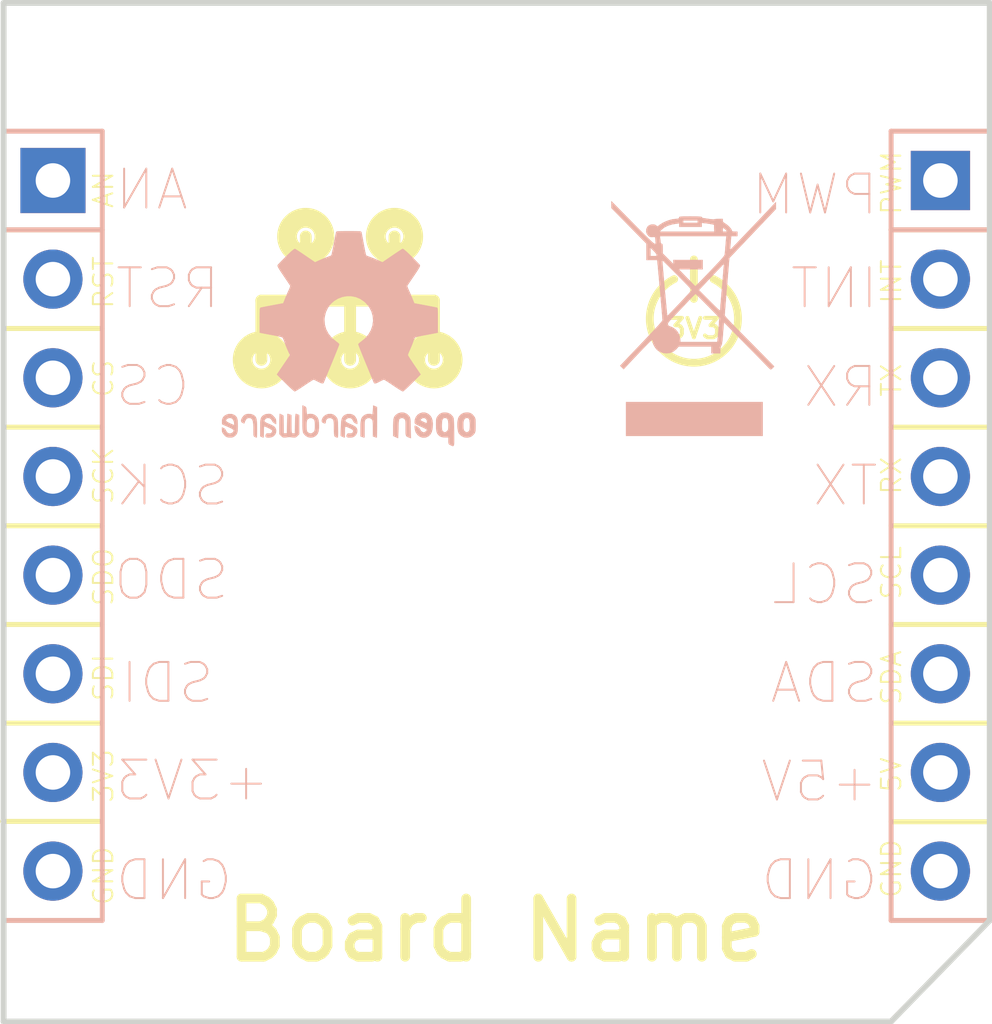
<source format=kicad_pcb>
(kicad_pcb (version 20171130) (host pcbnew "(5.0.1-3-g963ef8bb5)")

  (general
    (thickness 1.6)
    (drawings 9)
    (tracks 0)
    (zones 0)
    (modules 4)
    (nets 16)
  )

  (page A4)
  (layers
    (0 F.Cu signal)
    (31 B.Cu signal)
    (32 B.Adhes user)
    (33 F.Adhes user)
    (34 B.Paste user)
    (35 F.Paste user)
    (36 B.SilkS user)
    (37 F.SilkS user)
    (38 B.Mask user)
    (39 F.Mask user)
    (40 Dwgs.User user)
    (41 Cmts.User user)
    (42 Eco1.User user)
    (43 Eco2.User user)
    (44 Edge.Cuts user)
    (45 Margin user)
    (46 B.CrtYd user)
    (47 F.CrtYd user)
    (48 B.Fab user)
    (49 F.Fab user)
  )

  (setup
    (last_trace_width 0.25)
    (trace_clearance 0.2)
    (zone_clearance 0.508)
    (zone_45_only no)
    (trace_min 0.2)
    (segment_width 0.2)
    (edge_width 0.15)
    (via_size 0.8)
    (via_drill 0.4)
    (via_min_size 0.4)
    (via_min_drill 0.3)
    (uvia_size 0.3)
    (uvia_drill 0.1)
    (uvias_allowed no)
    (uvia_min_size 0.2)
    (uvia_min_drill 0.1)
    (pcb_text_width 0.3)
    (pcb_text_size 1.5 1.5)
    (mod_edge_width 0.15)
    (mod_text_size 1 1)
    (mod_text_width 0.15)
    (pad_size 1.524 1.524)
    (pad_drill 0.762)
    (pad_to_mask_clearance 0.051)
    (solder_mask_min_width 0.25)
    (aux_axis_origin 0 0)
    (visible_elements FFFFFF7F)
    (pcbplotparams
      (layerselection 0x010fc_ffffffff)
      (usegerberextensions false)
      (usegerberattributes false)
      (usegerberadvancedattributes false)
      (creategerberjobfile false)
      (excludeedgelayer true)
      (linewidth 0.100000)
      (plotframeref false)
      (viasonmask false)
      (mode 1)
      (useauxorigin false)
      (hpglpennumber 1)
      (hpglpenspeed 20)
      (hpglpendiameter 15.000000)
      (psnegative false)
      (psa4output false)
      (plotreference true)
      (plotvalue true)
      (plotinvisibletext false)
      (padsonsilk false)
      (subtractmaskfromsilk false)
      (outputformat 1)
      (mirror false)
      (drillshape 1)
      (scaleselection 1)
      (outputdirectory ""))
  )

  (net 0 "")
  (net 1 "Net-(CON101-PadP3)")
  (net 2 "Net-(CON101-PadP4)")
  (net 3 "Net-(CON101-PadP5)")
  (net 4 "Net-(CON101-PadP6)")
  (net 5 +3V3)
  (net 6 GND)
  (net 7 +5V)
  (net 8 "Net-(CON101-PadP11)")
  (net 9 "Net-(CON101-PadP12)")
  (net 10 "Net-(CON101-PadP13)")
  (net 11 "Net-(CON101-PadP14)")
  (net 12 "Net-(CON101-PadP1)")
  (net 13 "Net-(CON101-PadP2)")
  (net 14 "Net-(CON101-PadP15)")
  (net 15 "Net-(CON101-PadP16)")

  (net_class Default "This is the default net class."
    (clearance 0.2)
    (trace_width 0.25)
    (via_dia 0.8)
    (via_drill 0.4)
    (uvia_dia 0.3)
    (uvia_drill 0.1)
    (add_net +3V3)
    (add_net +5V)
    (add_net GND)
    (add_net "Net-(CON101-PadP1)")
    (add_net "Net-(CON101-PadP11)")
    (add_net "Net-(CON101-PadP12)")
    (add_net "Net-(CON101-PadP13)")
    (add_net "Net-(CON101-PadP14)")
    (add_net "Net-(CON101-PadP15)")
    (add_net "Net-(CON101-PadP16)")
    (add_net "Net-(CON101-PadP2)")
    (add_net "Net-(CON101-PadP3)")
    (add_net "Net-(CON101-PadP4)")
    (add_net "Net-(CON101-PadP5)")
    (add_net "Net-(CON101-PadP6)")
  )

  (module mikroBUS:MIKROBUS_MODULE_CONN (layer F.Cu) (tedit 5C63120E) (tstamp 5C631D75)
    (at 161.544 83.566)
    (tags mikrobus)
    (path /5C620177)
    (fp_text reference CON101 (at 9.906 -0.254) (layer F.Fab)
      (effects (font (size 1 0.9) (thickness 0.05)))
    )
    (fp_text value MIKROBUS_MODULE_CONN (at 11.8 18) (layer F.SilkS) hide
      (effects (font (size 4 3.5) (thickness 0.15)))
    )
    (fp_line (start 21.59 1.27) (end 24.13 1.27) (layer F.SilkS) (width 0.127))
    (fp_line (start -1.27 1.27) (end 1.27 1.27) (layer F.SilkS) (width 0.127))
    (fp_line (start 24.13 19.05) (end 21.6 21.64) (layer F.Fab) (width 0.127))
    (fp_text user AN (at 1.3 0.235 90) (layer F.SilkS)
      (effects (font (size 0.5 0.5) (thickness 0.05)))
    )
    (fp_text user RST (at 1.3 2.623639 90) (layer F.SilkS)
      (effects (font (size 0.5 0.5) (thickness 0.05)))
    )
    (fp_text user CS (at 1.3 5.1 90) (layer F.SilkS)
      (effects (font (size 0.5 0.5) (thickness 0.05)))
    )
    (fp_text user SCK (at 1.3 7.6 90) (layer F.SilkS)
      (effects (font (size 0.5 0.5) (thickness 0.05)))
    )
    (fp_text user SDO (at 1.3 10.206221 90) (layer F.SilkS)
      (effects (font (size 0.5 0.5) (thickness 0.05)))
    )
    (fp_text user SDI (at 1.3 12.797241 90) (layer F.SilkS)
      (effects (font (size 0.5 0.5) (thickness 0.05)))
    )
    (fp_text user 3V3 (at 1.3 15.328737 90) (layer F.SilkS)
      (effects (font (size 0.5 0.5) (thickness 0.05)))
    )
    (fp_text user GND (at 1.3 17.9 90) (layer F.SilkS)
      (effects (font (size 0.5 0.5) (thickness 0.05)))
    )
    (fp_text user GND (at 21.597534 17.715 90) (layer F.SilkS)
      (effects (font (size 0.5 0.5) (thickness 0.05)))
    )
    (fp_text user 5V (at 21.597534 15.3 90) (layer F.SilkS)
      (effects (font (size 0.5 0.5) (thickness 0.05)))
    )
    (fp_text user SDA (at 21.597534 12.8 90) (layer F.SilkS)
      (effects (font (size 0.5 0.5) (thickness 0.05)))
    )
    (fp_text user SCL (at 21.597534 10.1 90) (layer F.SilkS)
      (effects (font (size 0.5 0.5) (thickness 0.05)))
    )
    (fp_text user RX (at 21.597534 7.6 90) (layer F.SilkS)
      (effects (font (size 0.5 0.5) (thickness 0.05)))
    )
    (fp_text user TX (at 21.597534 5.141427 90) (layer F.SilkS)
      (effects (font (size 0.5 0.5) (thickness 0.05)))
    )
    (fp_text user INT (at 21.597534 2.6 90) (layer F.SilkS)
      (effects (font (size 0.5 0.5) (thickness 0.05)))
    )
    (fp_text user PWM (at 21.597534 0.062 90) (layer F.SilkS)
      (effects (font (size 0.5 0.5) (thickness 0.05)))
    )
    (fp_text user AN (at 2.548191 0.235) (layer B.SilkS)
      (effects (font (size 1 1) (thickness 0.05)) (justify mirror))
    )
    (fp_text user RST (at 2.952953 2.775) (layer B.SilkS)
      (effects (font (size 1 1) (thickness 0.05)) (justify mirror))
    )
    (fp_text user CS (at 2.572 5.2896) (layer B.SilkS)
      (effects (font (size 1 1) (thickness 0.05)) (justify mirror))
    )
    (fp_text user SCK (at 3.072 7.855) (layer B.SilkS)
      (effects (font (size 1 1) (thickness 0.05)) (justify mirror))
    )
    (fp_text user SDO (at 3.05 10.28) (layer B.SilkS)
      (effects (font (size 1 1) (thickness 0.05)) (justify mirror))
    )
    (fp_text user SDI (at 2.95 12.935) (layer B.SilkS)
      (effects (font (size 1 1) (thickness 0.05)) (justify mirror))
    )
    (fp_text user +3V3 (at 3.59581 15.4496) (layer B.SilkS)
      (effects (font (size 1 1) (thickness 0.05)) (justify mirror))
    )
    (fp_text user GND (at 3.119619 18.015) (layer B.SilkS)
      (effects (font (size 1 1) (thickness 0.05)) (justify mirror))
    )
    (fp_text user GND (at 19.743847 18.015) (layer B.SilkS)
      (effects (font (size 1 1) (thickness 0.05)) (justify mirror))
    )
    (fp_text user +5V (at 19.743847 15.475) (layer B.SilkS)
      (effects (font (size 1 1) (thickness 0.05)) (justify mirror))
    )
    (fp_text user SDA (at 19.862895 12.935) (layer B.SilkS)
      (effects (font (size 1 1) (thickness 0.05)) (justify mirror))
    )
    (fp_text user SCL (at 19.886704 10.395) (layer B.SilkS)
      (effects (font (size 1 1) (thickness 0.05)) (justify mirror))
    )
    (fp_text user TX (at 20.410514 7.855) (layer B.SilkS)
      (effects (font (size 1 1) (thickness 0.05)) (justify mirror))
    )
    (fp_text user RX (at 20.291466 5.315) (layer B.SilkS)
      (effects (font (size 1 1) (thickness 0.05)) (justify mirror))
    )
    (fp_text user INT (at 20.1248 2.775) (layer B.SilkS)
      (effects (font (size 1 1) (thickness 0.05)) (justify mirror))
    )
    (fp_text user PWM (at 19.6248 0.362) (layer B.SilkS)
      (effects (font (size 1 1) (thickness 0.05)) (justify mirror))
    )
    (fp_line (start 24.13 19.05) (end 21.59 21.64) (layer B.SilkS) (width 0.127))
    (fp_line (start -1.27 1.27) (end 1.27 1.27) (layer B.SilkS) (width 0.127))
    (fp_line (start 21.59 -1.27) (end 24.13 -1.27) (layer B.SilkS) (width 0.127))
    (fp_line (start 21.59 19.05) (end 24.13 19.05) (layer B.SilkS) (width 0.127))
    (fp_line (start 21.59 1.27) (end 21.59 19.05) (layer B.SilkS) (width 0.127))
    (fp_line (start 21.59 -1.27) (end 21.59 1.27) (layer B.SilkS) (width 0.127))
    (fp_line (start 24.13 -1.27) (end 24.13 19.05) (layer B.SilkS) (width 0.127))
    (fp_line (start 21.59 1.27) (end 24.13 1.27) (layer B.SilkS) (width 0.127))
    (fp_line (start 1.27 -1.27) (end -1.27 -1.27) (layer B.SilkS) (width 0.127))
    (fp_line (start 1.27 1.27) (end 1.27 -1.27) (layer B.SilkS) (width 0.127))
    (fp_line (start 1.27 19.05) (end 1.27 1.27) (layer B.SilkS) (width 0.127))
    (fp_line (start -1.27 19.05) (end 1.27 19.05) (layer B.SilkS) (width 0.127))
    (fp_line (start -1.27 1.27) (end -1.27 19.05) (layer B.SilkS) (width 0.127))
    (fp_line (start -1.27 -1.27) (end -1.27 1.27) (layer B.SilkS) (width 0.127))
    (fp_line (start -1.27 3.81) (end 1.27 3.81) (layer F.SilkS) (width 0.127))
    (fp_line (start -1.27 6.35) (end 1.27 6.35) (layer F.SilkS) (width 0.127))
    (fp_line (start -1.27 8.89) (end 1.27 8.89) (layer F.SilkS) (width 0.127))
    (fp_line (start -1.27 11.43) (end 1.27 11.43) (layer F.SilkS) (width 0.127))
    (fp_line (start -1.27 13.97) (end 1.27 13.97) (layer F.SilkS) (width 0.127))
    (fp_line (start -1.3 16.5) (end 1.24 16.5) (layer F.SilkS) (width 0.127))
    (fp_line (start 21.59 3.81) (end 24.13 3.81) (layer F.SilkS) (width 0.127))
    (fp_line (start 21.59 6.35) (end 24.13 6.35) (layer F.SilkS) (width 0.127))
    (fp_line (start 21.59 8.89) (end 24.13 8.89) (layer F.SilkS) (width 0.127))
    (fp_line (start 21.59 11.43) (end 24.13 11.43) (layer F.SilkS) (width 0.127))
    (fp_line (start 21.59 13.97) (end 24.13 13.97) (layer F.SilkS) (width 0.127))
    (fp_line (start 21.59 16.51) (end 24.13 16.51) (layer F.SilkS) (width 0.127))
    (pad P1 thru_hole rect (at 0 0) (size 1.6764 1.6764) (drill 0.889) (layers *.Cu *.Mask)
      (net 12 "Net-(CON101-PadP1)"))
    (pad P2 thru_hole circle (at 0 2.54) (size 1.524 1.524) (drill 0.889) (layers *.Cu *.Mask)
      (net 13 "Net-(CON101-PadP2)"))
    (pad P3 thru_hole circle (at 0 5.08) (size 1.524 1.524) (drill 0.889) (layers *.Cu *.Mask)
      (net 1 "Net-(CON101-PadP3)"))
    (pad P4 thru_hole circle (at 0 7.62) (size 1.524 1.524) (drill 0.889) (layers *.Cu *.Mask)
      (net 2 "Net-(CON101-PadP4)"))
    (pad P5 thru_hole circle (at 0 10.16) (size 1.524 1.524) (drill 0.889) (layers *.Cu *.Mask)
      (net 3 "Net-(CON101-PadP5)"))
    (pad P6 thru_hole circle (at 0 12.7) (size 1.524 1.524) (drill 0.889) (layers *.Cu *.Mask)
      (net 4 "Net-(CON101-PadP6)"))
    (pad P7 thru_hole circle (at 0 15.24) (size 1.524 1.524) (drill 0.889) (layers *.Cu *.Mask)
      (net 5 +3V3))
    (pad P8 thru_hole circle (at 0 17.78) (size 1.524 1.524) (drill 0.889) (layers *.Cu *.Mask)
      (net 6 GND))
    (pad P9 thru_hole circle (at 22.86 17.78) (size 1.524 1.524) (drill 0.889) (layers *.Cu *.Mask)
      (net 6 GND))
    (pad P10 thru_hole circle (at 22.86 15.24) (size 1.524 1.524) (drill 0.889) (layers *.Cu *.Mask)
      (net 7 +5V))
    (pad P11 thru_hole circle (at 22.86 12.7) (size 1.524 1.524) (drill 0.889) (layers *.Cu *.Mask)
      (net 8 "Net-(CON101-PadP11)"))
    (pad P12 thru_hole circle (at 22.86 10.16) (size 1.524 1.524) (drill 0.889) (layers *.Cu *.Mask)
      (net 9 "Net-(CON101-PadP12)"))
    (pad P13 thru_hole circle (at 22.86 7.62) (size 1.524 1.524) (drill 0.889) (layers *.Cu *.Mask)
      (net 10 "Net-(CON101-PadP13)"))
    (pad P14 thru_hole circle (at 22.86 5.08) (size 1.524 1.524) (drill 0.889) (layers *.Cu *.Mask)
      (net 11 "Net-(CON101-PadP14)"))
    (pad P15 thru_hole circle (at 22.86 2.54) (size 1.524 1.524) (drill 0.889) (layers *.Cu *.Mask)
      (net 14 "Net-(CON101-PadP15)"))
    (pad P16 thru_hole rect (at 22.86 0) (size 1.524 1.524) (drill 0.889) (layers *.Cu *.Mask)
      (net 15 "Net-(CON101-PadP16)"))
  )

  (module mikroBUS:MIKROBUS_LOGO locked (layer F.Cu) (tedit 5C631067) (tstamp 5C631A8B)
    (at 169.164 88.138)
    (tags mikrobus)
    (zone_connect 0)
    (attr virtual)
    (fp_text reference * (at 6.3 3.9) (layer F.SilkS) hide
      (effects (font (size 1 0.9) (thickness 0.05)))
    )
    (fp_text value MIKROCLICK_LOGO (at -0.3 3.9) (layer F.Fab) hide
      (effects (font (size 1 0.9) (thickness 0.05)))
    )
    (fp_circle (center -1.108 -3.1308) (end -0.8794 -3.1308) (layer F.SilkS) (width 0.508))
    (fp_circle (center -2.251 0.0442) (end -2.0224 0.0442) (layer F.SilkS) (width 0.508))
    (fp_circle (center 0.035 0.0442) (end 0.2636 0.0442) (layer F.SilkS) (width 0.508))
    (fp_circle (center 2.194 0.0442) (end 2.4226 0.0442) (layer F.SilkS) (width 0.508))
    (fp_circle (center 1.178 -3.1308) (end 1.4066 -3.1308) (layer F.SilkS) (width 0.508))
    (fp_line (start -1.108 -1.4798) (end -1.108 -3.1308) (layer F.SilkS) (width 0.3048))
    (fp_line (start 1.178 -1.4798) (end 1.178 -3.1308) (layer F.SilkS) (width 0.3048))
    (fp_line (start -2.251 -1.4798) (end -2.251 0.0442) (layer F.SilkS) (width 0.3048))
    (fp_line (start 0.035 -1.4798) (end 0.035 0.0442) (layer F.SilkS) (width 0.3048))
    (fp_line (start 2.194 -1.4798) (end 2.194 0.0442) (layer F.SilkS) (width 0.3048))
    (fp_line (start -1.108 -1.4798) (end -2.251 -1.4798) (layer F.SilkS) (width 0.3048))
    (fp_line (start 0.035 -1.4798) (end -1.108 -1.4798) (layer F.SilkS) (width 0.3048))
    (fp_line (start 1.178 -1.4798) (end 0.035 -1.4798) (layer F.SilkS) (width 0.3048))
    (fp_line (start 2.194 -1.4798) (end 1.178 -1.4798) (layer F.SilkS) (width 0.3048))
  )

  (module Symbols:WEEE-Logo_4.2x6mm_SilkScreen (layer B.Cu) (tedit 0) (tstamp 5C631A70)
    (at 178.054 87.122 180)
    (descr "Waste Electrical and Electronic Equipment Directive")
    (tags "Logo WEEE")
    (attr virtual)
    (fp_text reference REF*** (at 0 0 180) (layer B.SilkS) hide
      (effects (font (size 1 1) (thickness 0.15)) (justify mirror))
    )
    (fp_text value WEEE-Logo_4.2x6mm_SilkScreen (at 0.75 0 180) (layer B.Fab) hide
      (effects (font (size 1 1) (thickness 0.15)) (justify mirror))
    )
    (fp_poly (pts (xy 1.747822 -3.017822) (xy -1.772971 -3.017822) (xy -1.772971 -2.150198) (xy 1.747822 -2.150198)
      (xy 1.747822 -3.017822)) (layer B.SilkS) (width 0.01))
    (fp_poly (pts (xy 2.12443 2.935152) (xy 2.123811 2.848069) (xy 1.672086 2.389109) (xy 1.220361 1.930148)
      (xy 1.220032 1.719529) (xy 1.219703 1.508911) (xy 0.94461 1.508911) (xy 0.937522 1.45547)
      (xy 0.934838 1.431112) (xy 0.930313 1.385241) (xy 0.924191 1.320595) (xy 0.916712 1.239909)
      (xy 0.908119 1.145919) (xy 0.898654 1.041363) (xy 0.888558 0.928975) (xy 0.878074 0.811493)
      (xy 0.867444 0.691652) (xy 0.856909 0.572189) (xy 0.846713 0.455841) (xy 0.837095 0.345343)
      (xy 0.8283 0.243431) (xy 0.820568 0.152842) (xy 0.814142 0.076313) (xy 0.809263 0.016579)
      (xy 0.806175 -0.023624) (xy 0.805117 -0.041559) (xy 0.805118 -0.041644) (xy 0.812827 -0.056035)
      (xy 0.835981 -0.085748) (xy 0.874895 -0.131131) (xy 0.929884 -0.192529) (xy 1.001264 -0.270288)
      (xy 1.089349 -0.364754) (xy 1.194454 -0.476272) (xy 1.316895 -0.605188) (xy 1.35131 -0.641287)
      (xy 1.897137 -1.213416) (xy 1.808881 -1.301436) (xy 1.737485 -1.223758) (xy 1.711366 -1.195686)
      (xy 1.670566 -1.152274) (xy 1.617777 -1.096366) (xy 1.555691 -1.030808) (xy 1.487 -0.958441)
      (xy 1.414396 -0.882112) (xy 1.37096 -0.836524) (xy 1.289416 -0.751119) (xy 1.223504 -0.68271)
      (xy 1.171544 -0.630053) (xy 1.131855 -0.591905) (xy 1.102757 -0.56702) (xy 1.082569 -0.554156)
      (xy 1.06961 -0.552068) (xy 1.0622 -0.559513) (xy 1.058658 -0.575246) (xy 1.057303 -0.598023)
      (xy 1.057121 -0.604239) (xy 1.047703 -0.647061) (xy 1.024497 -0.698819) (xy 0.992136 -0.751328)
      (xy 0.955252 -0.796403) (xy 0.940493 -0.810328) (xy 0.864767 -0.859047) (xy 0.776308 -0.886306)
      (xy 0.6981 -0.892773) (xy 0.609468 -0.880576) (xy 0.527612 -0.844813) (xy 0.455164 -0.786722)
      (xy 0.441797 -0.772262) (xy 0.392918 -0.716733) (xy -0.452674 -0.716733) (xy -0.452674 -0.892773)
      (xy -0.67901 -0.892773) (xy -0.67901 -0.810531) (xy -0.68185 -0.754386) (xy -0.691393 -0.715416)
      (xy -0.702991 -0.694219) (xy -0.711277 -0.679052) (xy -0.718373 -0.657062) (xy -0.724748 -0.624987)
      (xy -0.730872 -0.579569) (xy -0.737216 -0.517548) (xy -0.74425 -0.435662) (xy -0.749066 -0.374746)
      (xy -0.771161 -0.089343) (xy -1.313565 -0.638805) (xy -1.411637 -0.738228) (xy -1.505784 -0.833815)
      (xy -1.594285 -0.92381) (xy -1.67542 -1.006457) (xy -1.747469 -1.080001) (xy -1.808712 -1.142684)
      (xy -1.857427 -1.192752) (xy -1.891896 -1.228448) (xy -1.910379 -1.247995) (xy -1.940743 -1.278944)
      (xy -1.966071 -1.30053) (xy -1.979695 -1.307723) (xy -1.997095 -1.299297) (xy -2.02246 -1.278245)
      (xy -2.031058 -1.269671) (xy -2.067514 -1.23162) (xy -1.866802 -1.027658) (xy -1.815596 -0.975699)
      (xy -1.749569 -0.90882) (xy -1.671618 -0.82995) (xy -1.584638 -0.742014) (xy -1.491526 -0.647941)
      (xy -1.395179 -0.550658) (xy -1.298492 -0.453093) (xy -1.229134 -0.383145) (xy -1.123703 -0.27655)
      (xy -1.035129 -0.186307) (xy -0.962281 -0.111192) (xy -0.904023 -0.049986) (xy -0.859225 -0.001466)
      (xy -0.837021 0.023871) (xy -0.658724 0.023871) (xy -0.636401 -0.261555) (xy -0.629669 -0.345219)
      (xy -0.623157 -0.421727) (xy -0.617234 -0.487081) (xy -0.612268 -0.537281) (xy -0.608629 -0.568329)
      (xy -0.607458 -0.575273) (xy -0.600838 -0.603565) (xy 0.348636 -0.603565) (xy 0.354974 -0.524606)
      (xy 0.37411 -0.431315) (xy 0.414154 -0.348791) (xy 0.472582 -0.280038) (xy 0.546871 -0.228063)
      (xy 0.630252 -0.196863) (xy 0.657302 -0.182228) (xy 0.670844 -0.150819) (xy 0.671128 -0.149434)
      (xy 0.672753 -0.136174) (xy 0.670744 -0.122595) (xy 0.663142 -0.106181) (xy 0.647984 -0.084411)
      (xy 0.623312 -0.054767) (xy 0.587164 -0.014732) (xy 0.53758 0.038215) (xy 0.472599 0.106591)
      (xy 0.468401 0.110995) (xy 0.398507 0.184389) (xy 0.3242 0.262563) (xy 0.250586 0.340136)
      (xy 0.182771 0.411725) (xy 0.12586 0.471949) (xy 0.113168 0.485413) (xy 0.064513 0.53618)
      (xy 0.021291 0.579625) (xy -0.013395 0.612759) (xy -0.036444 0.632595) (xy -0.044182 0.636954)
      (xy -0.055722 0.62783) (xy -0.08271 0.6028) (xy -0.123021 0.563948) (xy -0.174529 0.513357)
      (xy -0.235109 0.453112) (xy -0.302636 0.385296) (xy -0.357826 0.329435) (xy -0.658724 0.023871)
      (xy -0.837021 0.023871) (xy -0.826751 0.035589) (xy -0.805471 0.062401) (xy -0.794251 0.080192)
      (xy -0.791754 0.08843) (xy -0.7927 0.10641) (xy -0.795573 0.147108) (xy -0.800187 0.208181)
      (xy -0.806358 0.287287) (xy -0.813898 0.382086) (xy -0.822621 0.490233) (xy -0.832343 0.609388)
      (xy -0.842876 0.737209) (xy -0.851365 0.839365) (xy -0.899396 1.415326) (xy -0.775805 1.415326)
      (xy -0.775273 1.402896) (xy -0.772769 1.36789) (xy -0.768496 1.312785) (xy -0.762653 1.240057)
      (xy -0.755443 1.152186) (xy -0.747066 1.051649) (xy -0.737723 0.940923) (xy -0.728758 0.835795)
      (xy -0.718602 0.716517) (xy -0.709142 0.60392) (xy -0.700596 0.500695) (xy -0.693179 0.409527)
      (xy -0.687108 0.333105) (xy -0.682601 0.274117) (xy -0.679873 0.235251) (xy -0.679116 0.220156)
      (xy -0.677935 0.210762) (xy -0.673256 0.207034) (xy -0.663276 0.210529) (xy -0.64619 0.222801)
      (xy -0.620196 0.245406) (xy -0.58349 0.2799) (xy -0.534267 0.327838) (xy -0.470726 0.390776)
      (xy -0.403305 0.458032) (xy -0.127601 0.733523) (xy -0.129533 0.735594) (xy 0.05271 0.735594)
      (xy 0.061016 0.72422) (xy 0.084267 0.697437) (xy 0.120135 0.657708) (xy 0.166287 0.607493)
      (xy 0.220394 0.549254) (xy 0.280126 0.485453) (xy 0.343152 0.418551) (xy 0.407142 0.35101)
      (xy 0.469764 0.28529) (xy 0.52869 0.223854) (xy 0.581588 0.169163) (xy 0.626128 0.123678)
      (xy 0.65998 0.089862) (xy 0.680812 0.070174) (xy 0.686494 0.066163) (xy 0.688366 0.079109)
      (xy 0.692254 0.114866) (xy 0.697943 0.171196) (xy 0.705219 0.24586) (xy 0.713869 0.33662)
      (xy 0.723678 0.441238) (xy 0.734434 0.557474) (xy 0.745921 0.683092) (xy 0.755093 0.784382)
      (xy 0.766826 0.915721) (xy 0.777665 1.039448) (xy 0.78743 1.153319) (xy 0.795937 1.255089)
      (xy 0.803005 1.342513) (xy 0.808451 1.413347) (xy 0.812092 1.465347) (xy 0.813747 1.496268)
      (xy 0.813558 1.504297) (xy 0.803666 1.497146) (xy 0.778476 1.474159) (xy 0.74019 1.437561)
      (xy 0.691011 1.389578) (xy 0.633139 1.332434) (xy 0.568778 1.268353) (xy 0.500129 1.199562)
      (xy 0.429395 1.128284) (xy 0.358778 1.056745) (xy 0.29048 0.98717) (xy 0.226704 0.921783)
      (xy 0.16965 0.862809) (xy 0.121522 0.812473) (xy 0.084522 0.773001) (xy 0.060852 0.746617)
      (xy 0.05271 0.735594) (xy -0.129533 0.735594) (xy -0.230409 0.843705) (xy -0.282768 0.899623)
      (xy -0.341535 0.962052) (xy -0.404385 1.028557) (xy -0.468995 1.096702) (xy -0.533042 1.164052)
      (xy -0.594203 1.228172) (xy -0.650153 1.286628) (xy -0.69857 1.336982) (xy -0.73713 1.376802)
      (xy -0.763509 1.40365) (xy -0.775384 1.415092) (xy -0.775805 1.415326) (xy -0.899396 1.415326)
      (xy -0.911401 1.559274) (xy -1.511938 2.190842) (xy -2.112475 2.822411) (xy -2.112034 2.910685)
      (xy -2.111592 2.99896) (xy -2.014583 2.895334) (xy -1.960291 2.837537) (xy -1.896192 2.769632)
      (xy -1.824016 2.693428) (xy -1.745492 2.610731) (xy -1.662349 2.523347) (xy -1.576319 2.433085)
      (xy -1.48913 2.34175) (xy -1.402513 2.251151) (xy -1.318197 2.163093) (xy -1.237912 2.079385)
      (xy -1.163387 2.001833) (xy -1.096354 1.932243) (xy -1.038541 1.872424) (xy -0.991679 1.824182)
      (xy -0.957496 1.789324) (xy -0.937724 1.769657) (xy -0.93339 1.765884) (xy -0.933092 1.779008)
      (xy -0.934731 1.812611) (xy -0.938023 1.86212) (xy -0.942682 1.922963) (xy -0.944682 1.947268)
      (xy -0.959577 2.125049) (xy -0.842955 2.125049) (xy -0.836934 2.096757) (xy -0.833863 2.074382)
      (xy -0.829548 2.032283) (xy -0.824488 1.975822) (xy -0.819181 1.910365) (xy -0.817344 1.886138)
      (xy -0.811927 1.816579) (xy -0.806459 1.751982) (xy -0.801488 1.698452) (xy -0.797561 1.66209)
      (xy -0.796675 1.655491) (xy -0.793334 1.641944) (xy -0.786101 1.626086) (xy -0.77344 1.606139)
      (xy -0.753811 1.580327) (xy -0.725678 1.546871) (xy -0.687502 1.503993) (xy -0.637746 1.449917)
      (xy -0.574871 1.382864) (xy -0.497341 1.301057) (xy -0.418251 1.21805) (xy -0.339564 1.135906)
      (xy -0.266112 1.059831) (xy -0.199724 0.991675) (xy -0.142227 0.933288) (xy -0.095451 0.886519)
      (xy -0.061224 0.853218) (xy -0.041373 0.835233) (xy -0.03714 0.832558) (xy -0.026003 0.842259)
      (xy 0.000029 0.867559) (xy 0.03843 0.905918) (xy 0.086672 0.9548) (xy 0.14223 1.011666)
      (xy 0.182408 1.053094) (xy 0.392169 1.27) (xy -0.226337 1.27) (xy -0.226337 1.508911)
      (xy 0.528119 1.508911) (xy 0.528119 1.402458) (xy 0.666435 1.540346) (xy 0.764553 1.63816)
      (xy 0.955643 1.63816) (xy 0.957471 1.62273) (xy 0.966723 1.614133) (xy 0.98905 1.610387)
      (xy 1.030105 1.609511) (xy 1.037376 1.609505) (xy 1.119109 1.609505) (xy 1.119109 1.828828)
      (xy 1.037376 1.747821) (xy 0.99127 1.698572) (xy 0.963694 1.660841) (xy 0.955643 1.63816)
      (xy 0.764553 1.63816) (xy 0.804752 1.678234) (xy 0.804752 1.801048) (xy 0.805137 1.85755)
      (xy 0.8069 1.893495) (xy 0.81095 1.91347) (xy 0.818199 1.922063) (xy 0.82913 1.923861)
      (xy 0.841288 1.926502) (xy 0.850273 1.937088) (xy 0.857174 1.959619) (xy 0.863076 1.998091)
      (xy 0.869065 2.056502) (xy 0.870987 2.077896) (xy 0.875148 2.125049) (xy -0.842955 2.125049)
      (xy -0.959577 2.125049) (xy -1.119109 2.125049) (xy -1.119109 2.238218) (xy -1.051314 2.238218)
      (xy -1.011662 2.239304) (xy -0.990116 2.244546) (xy -0.98748 2.247666) (xy -0.848616 2.247666)
      (xy -0.841308 2.240538) (xy -0.815993 2.238338) (xy -0.798908 2.238218) (xy -0.741881 2.238218)
      (xy -0.529221 2.238218) (xy 0.885302 2.238218) (xy 0.837458 2.287214) (xy 0.76315 2.347676)
      (xy 0.671184 2.394309) (xy 0.560002 2.427751) (xy 0.449529 2.446247) (xy 0.377227 2.454878)
      (xy 0.377227 2.36396) (xy -0.201188 2.36396) (xy -0.201188 2.467107) (xy -0.286065 2.458504)
      (xy -0.345368 2.451244) (xy -0.408551 2.441621) (xy -0.446386 2.434748) (xy -0.521832 2.419593)
      (xy -0.525526 2.328905) (xy -0.529221 2.238218) (xy -0.741881 2.238218) (xy -0.741881 2.288515)
      (xy -0.743544 2.320024) (xy -0.747697 2.337537) (xy -0.749371 2.338812) (xy -0.767987 2.330746)
      (xy -0.795183 2.31118) (xy -0.822448 2.287056) (xy -0.841267 2.265318) (xy -0.842943 2.262492)
      (xy -0.848616 2.247666) (xy -0.98748 2.247666) (xy -0.979662 2.256919) (xy -0.975442 2.270396)
      (xy -0.958219 2.305373) (xy -0.925138 2.347421) (xy -0.881893 2.390644) (xy -0.834174 2.429146)
      (xy -0.80283 2.449199) (xy -0.767123 2.471149) (xy -0.748819 2.489589) (xy -0.742388 2.511332)
      (xy -0.741894 2.524282) (xy -0.741894 2.527425) (xy -0.100594 2.527425) (xy -0.100594 2.464554)
      (xy 0.276633 2.464554) (xy 0.276633 2.527425) (xy -0.100594 2.527425) (xy -0.741894 2.527425)
      (xy -0.741881 2.565148) (xy -0.636048 2.565148) (xy -0.587355 2.563971) (xy -0.549405 2.560835)
      (xy -0.528308 2.556329) (xy -0.526023 2.554505) (xy -0.512641 2.551705) (xy -0.480074 2.552852)
      (xy -0.433916 2.557607) (xy -0.402376 2.561997) (xy -0.345188 2.570622) (xy -0.292886 2.578409)
      (xy -0.253582 2.584153) (xy -0.242055 2.585785) (xy -0.211937 2.595112) (xy -0.201188 2.609728)
      (xy -0.19792 2.61568) (xy -0.18623 2.620222) (xy -0.163288 2.62353) (xy -0.126265 2.625785)
      (xy -0.072332 2.627166) (xy 0.00134 2.62785) (xy 0.08802 2.62802) (xy 0.180529 2.627923)
      (xy 0.250906 2.62747) (xy 0.302164 2.62641) (xy 0.33732 2.624497) (xy 0.359389 2.621481)
      (xy 0.371385 2.617115) (xy 0.376324 2.611151) (xy 0.377227 2.604216) (xy 0.384921 2.582205)
      (xy 0.410121 2.569679) (xy 0.456009 2.565212) (xy 0.464264 2.565148) (xy 0.541973 2.557132)
      (xy 0.630233 2.535064) (xy 0.721085 2.501916) (xy 0.80657 2.460661) (xy 0.878726 2.414269)
      (xy 0.888072 2.406918) (xy 0.918533 2.383002) (xy 0.936572 2.373424) (xy 0.949169 2.37652)
      (xy 0.9621 2.389296) (xy 1.000293 2.414322) (xy 1.049998 2.423929) (xy 1.103524 2.418933)
      (xy 1.153178 2.400149) (xy 1.191267 2.368394) (xy 1.194025 2.364703) (xy 1.222526 2.305425)
      (xy 1.227828 2.244066) (xy 1.210518 2.185573) (xy 1.17118 2.134896) (xy 1.16637 2.130711)
      (xy 1.13844 2.110833) (xy 1.110102 2.102079) (xy 1.070263 2.101447) (xy 1.060311 2.102008)
      (xy 1.021332 2.103438) (xy 1.001254 2.100161) (xy 0.993985 2.090272) (xy 0.99324 2.081039)
      (xy 0.991716 2.054256) (xy 0.987935 2.013975) (xy 0.985218 1.989876) (xy 0.981277 1.951599)
      (xy 0.982916 1.932004) (xy 0.992421 1.924842) (xy 1.009351 1.923861) (xy 1.019392 1.927099)
      (xy 1.03559 1.93758) (xy 1.059145 1.956452) (xy 1.091257 1.984865) (xy 1.133128 2.023965)
      (xy 1.185957 2.074903) (xy 1.250945 2.138827) (xy 1.329291 2.216886) (xy 1.422197 2.310228)
      (xy 1.530863 2.420002) (xy 1.583231 2.473048) (xy 2.125049 3.022233) (xy 2.12443 2.935152)) (layer B.SilkS) (width 0.01))
  )

  (module Symbols:OSHW-Logo2_7.3x6mm_SilkScreen (layer B.Cu) (tedit 0) (tstamp 5C631A4B)
    (at 169.164 87.63 180)
    (descr "Open Source Hardware Symbol")
    (tags "Logo Symbol OSHW")
    (attr virtual)
    (fp_text reference REF*** (at 0 0 180) (layer B.SilkS) hide
      (effects (font (size 1 1) (thickness 0.15)) (justify mirror))
    )
    (fp_text value OSHW-Logo2_7.3x6mm_SilkScreen (at 0.75 0 180) (layer B.Fab) hide
      (effects (font (size 1 1) (thickness 0.15)) (justify mirror))
    )
    (fp_poly (pts (xy -2.400256 -1.919918) (xy -2.344799 -1.947568) (xy -2.295852 -1.99848) (xy -2.282371 -2.017338)
      (xy -2.267686 -2.042015) (xy -2.258158 -2.068816) (xy -2.252707 -2.104587) (xy -2.250253 -2.156169)
      (xy -2.249714 -2.224267) (xy -2.252148 -2.317588) (xy -2.260606 -2.387657) (xy -2.276826 -2.439931)
      (xy -2.302546 -2.479869) (xy -2.339503 -2.512929) (xy -2.342218 -2.514886) (xy -2.37864 -2.534908)
      (xy -2.422498 -2.544815) (xy -2.478276 -2.547257) (xy -2.568952 -2.547257) (xy -2.56899 -2.635283)
      (xy -2.569834 -2.684308) (xy -2.574976 -2.713065) (xy -2.588413 -2.730311) (xy -2.614142 -2.744808)
      (xy -2.620321 -2.747769) (xy -2.649236 -2.761648) (xy -2.671624 -2.770414) (xy -2.688271 -2.771171)
      (xy -2.699964 -2.761023) (xy -2.70749 -2.737073) (xy -2.711634 -2.696426) (xy -2.713185 -2.636186)
      (xy -2.712929 -2.553455) (xy -2.711651 -2.445339) (xy -2.711252 -2.413) (xy -2.709815 -2.301524)
      (xy -2.708528 -2.228603) (xy -2.569029 -2.228603) (xy -2.568245 -2.290499) (xy -2.56476 -2.330997)
      (xy -2.556876 -2.357708) (xy -2.542895 -2.378244) (xy -2.533403 -2.38826) (xy -2.494596 -2.417567)
      (xy -2.460237 -2.419952) (xy -2.424784 -2.39575) (xy -2.423886 -2.394857) (xy -2.409461 -2.376153)
      (xy -2.400687 -2.350732) (xy -2.396261 -2.311584) (xy -2.394882 -2.251697) (xy -2.394857 -2.23843)
      (xy -2.398188 -2.155901) (xy -2.409031 -2.098691) (xy -2.42866 -2.063766) (xy -2.45835 -2.048094)
      (xy -2.475509 -2.046514) (xy -2.516234 -2.053926) (xy -2.544168 -2.07833) (xy -2.560983 -2.12298)
      (xy -2.56835 -2.19113) (xy -2.569029 -2.228603) (xy -2.708528 -2.228603) (xy -2.708292 -2.215245)
      (xy -2.706323 -2.150333) (xy -2.70355 -2.102958) (xy -2.699612 -2.06929) (xy -2.694151 -2.045498)
      (xy -2.686808 -2.027753) (xy -2.677223 -2.012224) (xy -2.673113 -2.006381) (xy -2.618595 -1.951185)
      (xy -2.549664 -1.91989) (xy -2.469928 -1.911165) (xy -2.400256 -1.919918)) (layer B.SilkS) (width 0.01))
    (fp_poly (pts (xy -1.283907 -1.92778) (xy -1.237328 -1.954723) (xy -1.204943 -1.981466) (xy -1.181258 -2.009484)
      (xy -1.164941 -2.043748) (xy -1.154661 -2.089227) (xy -1.149086 -2.150892) (xy -1.146884 -2.233711)
      (xy -1.146629 -2.293246) (xy -1.146629 -2.512391) (xy -1.208314 -2.540044) (xy -1.27 -2.567697)
      (xy -1.277257 -2.32767) (xy -1.280256 -2.238028) (xy -1.283402 -2.172962) (xy -1.287299 -2.128026)
      (xy -1.292553 -2.09877) (xy -1.299769 -2.080748) (xy -1.30955 -2.069511) (xy -1.312688 -2.067079)
      (xy -1.360239 -2.048083) (xy -1.408303 -2.0556) (xy -1.436914 -2.075543) (xy -1.448553 -2.089675)
      (xy -1.456609 -2.10822) (xy -1.461729 -2.136334) (xy -1.464559 -2.179173) (xy -1.465744 -2.241895)
      (xy -1.465943 -2.307261) (xy -1.465982 -2.389268) (xy -1.467386 -2.447316) (xy -1.472086 -2.486465)
      (xy -1.482013 -2.51178) (xy -1.499097 -2.528323) (xy -1.525268 -2.541156) (xy -1.560225 -2.554491)
      (xy -1.598404 -2.569007) (xy -1.593859 -2.311389) (xy -1.592029 -2.218519) (xy -1.589888 -2.149889)
      (xy -1.586819 -2.100711) (xy -1.582206 -2.066198) (xy -1.575432 -2.041562) (xy -1.565881 -2.022016)
      (xy -1.554366 -2.00477) (xy -1.49881 -1.94968) (xy -1.43102 -1.917822) (xy -1.357287 -1.910191)
      (xy -1.283907 -1.92778)) (layer B.SilkS) (width 0.01))
    (fp_poly (pts (xy -2.958885 -1.921962) (xy -2.890855 -1.957733) (xy -2.840649 -2.015301) (xy -2.822815 -2.052312)
      (xy -2.808937 -2.107882) (xy -2.801833 -2.178096) (xy -2.80116 -2.254727) (xy -2.806573 -2.329552)
      (xy -2.81773 -2.394342) (xy -2.834286 -2.440873) (xy -2.839374 -2.448887) (xy -2.899645 -2.508707)
      (xy -2.971231 -2.544535) (xy -3.048908 -2.55502) (xy -3.127452 -2.53881) (xy -3.149311 -2.529092)
      (xy -3.191878 -2.499143) (xy -3.229237 -2.459433) (xy -3.232768 -2.454397) (xy -3.247119 -2.430124)
      (xy -3.256606 -2.404178) (xy -3.26221 -2.370022) (xy -3.264914 -2.321119) (xy -3.265701 -2.250935)
      (xy -3.265714 -2.2352) (xy -3.265678 -2.230192) (xy -3.120571 -2.230192) (xy -3.119727 -2.29643)
      (xy -3.116404 -2.340386) (xy -3.109417 -2.368779) (xy -3.097584 -2.388325) (xy -3.091543 -2.394857)
      (xy -3.056814 -2.41968) (xy -3.023097 -2.418548) (xy -2.989005 -2.397016) (xy -2.968671 -2.374029)
      (xy -2.956629 -2.340478) (xy -2.949866 -2.287569) (xy -2.949402 -2.281399) (xy -2.948248 -2.185513)
      (xy -2.960312 -2.114299) (xy -2.98543 -2.068194) (xy -3.02344 -2.047635) (xy -3.037008 -2.046514)
      (xy -3.072636 -2.052152) (xy -3.097006 -2.071686) (xy -3.111907 -2.109042) (xy -3.119125 -2.16815)
      (xy -3.120571 -2.230192) (xy -3.265678 -2.230192) (xy -3.265174 -2.160413) (xy -3.262904 -2.108159)
      (xy -3.257932 -2.071949) (xy -3.249287 -2.045299) (xy -3.235995 -2.021722) (xy -3.233057 -2.017338)
      (xy -3.183687 -1.958249) (xy -3.129891 -1.923947) (xy -3.064398 -1.910331) (xy -3.042158 -1.909665)
      (xy -2.958885 -1.921962)) (layer B.SilkS) (width 0.01))
    (fp_poly (pts (xy -1.831697 -1.931239) (xy -1.774473 -1.969735) (xy -1.730251 -2.025335) (xy -1.703833 -2.096086)
      (xy -1.69849 -2.148162) (xy -1.699097 -2.169893) (xy -1.704178 -2.186531) (xy -1.718145 -2.201437)
      (xy -1.745411 -2.217973) (xy -1.790388 -2.239498) (xy -1.857489 -2.269374) (xy -1.857829 -2.269524)
      (xy -1.919593 -2.297813) (xy -1.970241 -2.322933) (xy -2.004596 -2.342179) (xy -2.017482 -2.352848)
      (xy -2.017486 -2.352934) (xy -2.006128 -2.376166) (xy -1.979569 -2.401774) (xy -1.949077 -2.420221)
      (xy -1.93363 -2.423886) (xy -1.891485 -2.411212) (xy -1.855192 -2.379471) (xy -1.837483 -2.344572)
      (xy -1.820448 -2.318845) (xy -1.787078 -2.289546) (xy -1.747851 -2.264235) (xy -1.713244 -2.250471)
      (xy -1.706007 -2.249714) (xy -1.697861 -2.26216) (xy -1.69737 -2.293972) (xy -1.703357 -2.336866)
      (xy -1.714643 -2.382558) (xy -1.73005 -2.422761) (xy -1.730829 -2.424322) (xy -1.777196 -2.489062)
      (xy -1.837289 -2.533097) (xy -1.905535 -2.554711) (xy -1.976362 -2.552185) (xy -2.044196 -2.523804)
      (xy -2.047212 -2.521808) (xy -2.100573 -2.473448) (xy -2.13566 -2.410352) (xy -2.155078 -2.327387)
      (xy -2.157684 -2.304078) (xy -2.162299 -2.194055) (xy -2.156767 -2.142748) (xy -2.017486 -2.142748)
      (xy -2.015676 -2.174753) (xy -2.005778 -2.184093) (xy -1.981102 -2.177105) (xy -1.942205 -2.160587)
      (xy -1.898725 -2.139881) (xy -1.897644 -2.139333) (xy -1.860791 -2.119949) (xy -1.846 -2.107013)
      (xy -1.849647 -2.093451) (xy -1.865005 -2.075632) (xy -1.904077 -2.049845) (xy -1.946154 -2.04795)
      (xy -1.983897 -2.066717) (xy -2.009966 -2.102915) (xy -2.017486 -2.142748) (xy -2.156767 -2.142748)
      (xy -2.152806 -2.106027) (xy -2.12845 -2.036212) (xy -2.094544 -1.987302) (xy -2.033347 -1.937878)
      (xy -1.965937 -1.913359) (xy -1.89712 -1.911797) (xy -1.831697 -1.931239)) (layer B.SilkS) (width 0.01))
    (fp_poly (pts (xy -0.624114 -1.851289) (xy -0.619861 -1.910613) (xy -0.614975 -1.945572) (xy -0.608205 -1.96082)
      (xy -0.598298 -1.961015) (xy -0.595086 -1.959195) (xy -0.552356 -1.946015) (xy -0.496773 -1.946785)
      (xy -0.440263 -1.960333) (xy -0.404918 -1.977861) (xy -0.368679 -2.005861) (xy -0.342187 -2.037549)
      (xy -0.324001 -2.077813) (xy -0.312678 -2.131543) (xy -0.306778 -2.203626) (xy -0.304857 -2.298951)
      (xy -0.304823 -2.317237) (xy -0.3048 -2.522646) (xy -0.350509 -2.53858) (xy -0.382973 -2.54942)
      (xy -0.400785 -2.554468) (xy -0.401309 -2.554514) (xy -0.403063 -2.540828) (xy -0.404556 -2.503076)
      (xy -0.405674 -2.446224) (xy -0.406303 -2.375234) (xy -0.4064 -2.332073) (xy -0.406602 -2.246973)
      (xy -0.407642 -2.185981) (xy -0.410169 -2.144177) (xy -0.414836 -2.116642) (xy -0.422293 -2.098456)
      (xy -0.433189 -2.084698) (xy -0.439993 -2.078073) (xy -0.486728 -2.051375) (xy -0.537728 -2.049375)
      (xy -0.583999 -2.071955) (xy -0.592556 -2.080107) (xy -0.605107 -2.095436) (xy -0.613812 -2.113618)
      (xy -0.619369 -2.139909) (xy -0.622474 -2.179562) (xy -0.623824 -2.237832) (xy -0.624114 -2.318173)
      (xy -0.624114 -2.522646) (xy -0.669823 -2.53858) (xy -0.702287 -2.54942) (xy -0.720099 -2.554468)
      (xy -0.720623 -2.554514) (xy -0.721963 -2.540623) (xy -0.723172 -2.501439) (xy -0.724199 -2.4407)
      (xy -0.724998 -2.362141) (xy -0.725519 -2.269498) (xy -0.725714 -2.166509) (xy -0.725714 -1.769342)
      (xy -0.678543 -1.749444) (xy -0.631371 -1.729547) (xy -0.624114 -1.851289)) (layer B.SilkS) (width 0.01))
    (fp_poly (pts (xy 0.039744 -1.950968) (xy 0.096616 -1.972087) (xy 0.097267 -1.972493) (xy 0.13244 -1.99838)
      (xy 0.158407 -2.028633) (xy 0.17667 -2.068058) (xy 0.188732 -2.121462) (xy 0.196096 -2.193651)
      (xy 0.200264 -2.289432) (xy 0.200629 -2.303078) (xy 0.205876 -2.508842) (xy 0.161716 -2.531678)
      (xy 0.129763 -2.54711) (xy 0.11047 -2.554423) (xy 0.109578 -2.554514) (xy 0.106239 -2.541022)
      (xy 0.103587 -2.504626) (xy 0.101956 -2.451452) (xy 0.1016 -2.408393) (xy 0.101592 -2.338641)
      (xy 0.098403 -2.294837) (xy 0.087288 -2.273944) (xy 0.063501 -2.272925) (xy 0.022296 -2.288741)
      (xy -0.039914 -2.317815) (xy -0.085659 -2.341963) (xy -0.109187 -2.362913) (xy -0.116104 -2.385747)
      (xy -0.116114 -2.386877) (xy -0.104701 -2.426212) (xy -0.070908 -2.447462) (xy -0.019191 -2.450539)
      (xy 0.018061 -2.450006) (xy 0.037703 -2.460735) (xy 0.049952 -2.486505) (xy 0.057002 -2.519337)
      (xy 0.046842 -2.537966) (xy 0.043017 -2.540632) (xy 0.007001 -2.55134) (xy -0.043434 -2.552856)
      (xy -0.095374 -2.545759) (xy -0.132178 -2.532788) (xy -0.183062 -2.489585) (xy -0.211986 -2.429446)
      (xy -0.217714 -2.382462) (xy -0.213343 -2.340082) (xy -0.197525 -2.305488) (xy -0.166203 -2.274763)
      (xy -0.115322 -2.24399) (xy -0.040824 -2.209252) (xy -0.036286 -2.207288) (xy 0.030821 -2.176287)
      (xy 0.072232 -2.150862) (xy 0.089981 -2.128014) (xy 0.086107 -2.104745) (xy 0.062643 -2.078056)
      (xy 0.055627 -2.071914) (xy 0.00863 -2.0481) (xy -0.040067 -2.049103) (xy -0.082478 -2.072451)
      (xy -0.110616 -2.115675) (xy -0.113231 -2.12416) (xy -0.138692 -2.165308) (xy -0.170999 -2.185128)
      (xy -0.217714 -2.20477) (xy -0.217714 -2.15395) (xy -0.203504 -2.080082) (xy -0.161325 -2.012327)
      (xy -0.139376 -1.989661) (xy -0.089483 -1.960569) (xy -0.026033 -1.9474) (xy 0.039744 -1.950968)) (layer B.SilkS) (width 0.01))
    (fp_poly (pts (xy 0.529926 -1.949755) (xy 0.595858 -1.974084) (xy 0.649273 -2.017117) (xy 0.670164 -2.047409)
      (xy 0.692939 -2.102994) (xy 0.692466 -2.143186) (xy 0.668562 -2.170217) (xy 0.659717 -2.174813)
      (xy 0.62153 -2.189144) (xy 0.602028 -2.185472) (xy 0.595422 -2.161407) (xy 0.595086 -2.148114)
      (xy 0.582992 -2.09921) (xy 0.551471 -2.064999) (xy 0.507659 -2.048476) (xy 0.458695 -2.052634)
      (xy 0.418894 -2.074227) (xy 0.40545 -2.086544) (xy 0.395921 -2.101487) (xy 0.389485 -2.124075)
      (xy 0.385317 -2.159328) (xy 0.382597 -2.212266) (xy 0.380502 -2.287907) (xy 0.37996 -2.311857)
      (xy 0.377981 -2.39379) (xy 0.375731 -2.451455) (xy 0.372357 -2.489608) (xy 0.367006 -2.513004)
      (xy 0.358824 -2.526398) (xy 0.346959 -2.534545) (xy 0.339362 -2.538144) (xy 0.307102 -2.550452)
      (xy 0.288111 -2.554514) (xy 0.281836 -2.540948) (xy 0.278006 -2.499934) (xy 0.2766 -2.430999)
      (xy 0.277598 -2.333669) (xy 0.277908 -2.318657) (xy 0.280101 -2.229859) (xy 0.282693 -2.165019)
      (xy 0.286382 -2.119067) (xy 0.291864 -2.086935) (xy 0.299835 -2.063553) (xy 0.310993 -2.043852)
      (xy 0.31683 -2.03541) (xy 0.350296 -1.998057) (xy 0.387727 -1.969003) (xy 0.392309 -1.966467)
      (xy 0.459426 -1.946443) (xy 0.529926 -1.949755)) (layer B.SilkS) (width 0.01))
    (fp_poly (pts (xy 1.190117 -2.065358) (xy 1.189933 -2.173837) (xy 1.189219 -2.257287) (xy 1.187675 -2.319704)
      (xy 1.185001 -2.365085) (xy 1.180894 -2.397429) (xy 1.175055 -2.420733) (xy 1.167182 -2.438995)
      (xy 1.161221 -2.449418) (xy 1.111855 -2.505945) (xy 1.049264 -2.541377) (xy 0.980013 -2.55409)
      (xy 0.910668 -2.542463) (xy 0.869375 -2.521568) (xy 0.826025 -2.485422) (xy 0.796481 -2.441276)
      (xy 0.778655 -2.383462) (xy 0.770463 -2.306313) (xy 0.769302 -2.249714) (xy 0.769458 -2.245647)
      (xy 0.870857 -2.245647) (xy 0.871476 -2.31055) (xy 0.874314 -2.353514) (xy 0.88084 -2.381622)
      (xy 0.892523 -2.401953) (xy 0.906483 -2.417288) (xy 0.953365 -2.44689) (xy 1.003701 -2.449419)
      (xy 1.051276 -2.424705) (xy 1.054979 -2.421356) (xy 1.070783 -2.403935) (xy 1.080693 -2.383209)
      (xy 1.086058 -2.352362) (xy 1.088228 -2.304577) (xy 1.088571 -2.251748) (xy 1.087827 -2.185381)
      (xy 1.084748 -2.141106) (xy 1.078061 -2.112009) (xy 1.066496 -2.091173) (xy 1.057013 -2.080107)
      (xy 1.01296 -2.052198) (xy 0.962224 -2.048843) (xy 0.913796 -2.070159) (xy 0.90445 -2.078073)
      (xy 0.88854 -2.095647) (xy 0.87861 -2.116587) (xy 0.873278 -2.147782) (xy 0.871163 -2.196122)
      (xy 0.870857 -2.245647) (xy 0.769458 -2.245647) (xy 0.77281 -2.158568) (xy 0.784726 -2.090086)
      (xy 0.807135 -2.0386) (xy 0.842124 -1.998443) (xy 0.869375 -1.977861) (xy 0.918907 -1.955625)
      (xy 0.976316 -1.945304) (xy 1.029682 -1.948067) (xy 1.059543 -1.959212) (xy 1.071261 -1.962383)
      (xy 1.079037 -1.950557) (xy 1.084465 -1.918866) (xy 1.088571 -1.870593) (xy 1.093067 -1.816829)
      (xy 1.099313 -1.784482) (xy 1.110676 -1.765985) (xy 1.130528 -1.75377) (xy 1.143 -1.748362)
      (xy 1.190171 -1.728601) (xy 1.190117 -2.065358)) (layer B.SilkS) (width 0.01))
    (fp_poly (pts (xy 1.779833 -1.958663) (xy 1.782048 -1.99685) (xy 1.783784 -2.054886) (xy 1.784899 -2.12818)
      (xy 1.785257 -2.205055) (xy 1.785257 -2.465196) (xy 1.739326 -2.511127) (xy 1.707675 -2.539429)
      (xy 1.67989 -2.550893) (xy 1.641915 -2.550168) (xy 1.62684 -2.548321) (xy 1.579726 -2.542948)
      (xy 1.540756 -2.539869) (xy 1.531257 -2.539585) (xy 1.499233 -2.541445) (xy 1.453432 -2.546114)
      (xy 1.435674 -2.548321) (xy 1.392057 -2.551735) (xy 1.362745 -2.54432) (xy 1.33368 -2.521427)
      (xy 1.323188 -2.511127) (xy 1.277257 -2.465196) (xy 1.277257 -1.978602) (xy 1.314226 -1.961758)
      (xy 1.346059 -1.949282) (xy 1.364683 -1.944914) (xy 1.369458 -1.958718) (xy 1.373921 -1.997286)
      (xy 1.377775 -2.056356) (xy 1.380722 -2.131663) (xy 1.382143 -2.195286) (xy 1.386114 -2.445657)
      (xy 1.420759 -2.450556) (xy 1.452268 -2.447131) (xy 1.467708 -2.436041) (xy 1.472023 -2.415308)
      (xy 1.475708 -2.371145) (xy 1.478469 -2.309146) (xy 1.480012 -2.234909) (xy 1.480235 -2.196706)
      (xy 1.480457 -1.976783) (xy 1.526166 -1.960849) (xy 1.558518 -1.950015) (xy 1.576115 -1.944962)
      (xy 1.576623 -1.944914) (xy 1.578388 -1.958648) (xy 1.580329 -1.99673) (xy 1.582282 -2.054482)
      (xy 1.584084 -2.127227) (xy 1.585343 -2.195286) (xy 1.589314 -2.445657) (xy 1.6764 -2.445657)
      (xy 1.680396 -2.21724) (xy 1.684392 -1.988822) (xy 1.726847 -1.966868) (xy 1.758192 -1.951793)
      (xy 1.776744 -1.944951) (xy 1.777279 -1.944914) (xy 1.779833 -1.958663)) (layer B.SilkS) (width 0.01))
    (fp_poly (pts (xy 2.144876 -1.956335) (xy 2.186667 -1.975344) (xy 2.219469 -1.998378) (xy 2.243503 -2.024133)
      (xy 2.260097 -2.057358) (xy 2.270577 -2.1028) (xy 2.276271 -2.165207) (xy 2.278507 -2.249327)
      (xy 2.278743 -2.304721) (xy 2.278743 -2.520826) (xy 2.241774 -2.53767) (xy 2.212656 -2.549981)
      (xy 2.198231 -2.554514) (xy 2.195472 -2.541025) (xy 2.193282 -2.504653) (xy 2.191942 -2.451542)
      (xy 2.191657 -2.409372) (xy 2.190434 -2.348447) (xy 2.187136 -2.300115) (xy 2.182321 -2.270518)
      (xy 2.178496 -2.264229) (xy 2.152783 -2.270652) (xy 2.112418 -2.287125) (xy 2.065679 -2.309458)
      (xy 2.020845 -2.333457) (xy 1.986193 -2.35493) (xy 1.970002 -2.369685) (xy 1.969938 -2.369845)
      (xy 1.97133 -2.397152) (xy 1.983818 -2.423219) (xy 2.005743 -2.444392) (xy 2.037743 -2.451474)
      (xy 2.065092 -2.450649) (xy 2.103826 -2.450042) (xy 2.124158 -2.459116) (xy 2.136369 -2.483092)
      (xy 2.137909 -2.487613) (xy 2.143203 -2.521806) (xy 2.129047 -2.542568) (xy 2.092148 -2.552462)
      (xy 2.052289 -2.554292) (xy 1.980562 -2.540727) (xy 1.943432 -2.521355) (xy 1.897576 -2.475845)
      (xy 1.873256 -2.419983) (xy 1.871073 -2.360957) (xy 1.891629 -2.305953) (xy 1.922549 -2.271486)
      (xy 1.95342 -2.252189) (xy 2.001942 -2.227759) (xy 2.058485 -2.202985) (xy 2.06791 -2.199199)
      (xy 2.130019 -2.171791) (xy 2.165822 -2.147634) (xy 2.177337 -2.123619) (xy 2.16658 -2.096635)
      (xy 2.148114 -2.075543) (xy 2.104469 -2.049572) (xy 2.056446 -2.047624) (xy 2.012406 -2.067637)
      (xy 1.980709 -2.107551) (xy 1.976549 -2.117848) (xy 1.952327 -2.155724) (xy 1.916965 -2.183842)
      (xy 1.872343 -2.206917) (xy 1.872343 -2.141485) (xy 1.874969 -2.101506) (xy 1.88623 -2.069997)
      (xy 1.911199 -2.036378) (xy 1.935169 -2.010484) (xy 1.972441 -1.973817) (xy 2.001401 -1.954121)
      (xy 2.032505 -1.94622) (xy 2.067713 -1.944914) (xy 2.144876 -1.956335)) (layer B.SilkS) (width 0.01))
    (fp_poly (pts (xy 2.6526 -1.958752) (xy 2.669948 -1.966334) (xy 2.711356 -1.999128) (xy 2.746765 -2.046547)
      (xy 2.768664 -2.097151) (xy 2.772229 -2.122098) (xy 2.760279 -2.156927) (xy 2.734067 -2.175357)
      (xy 2.705964 -2.186516) (xy 2.693095 -2.188572) (xy 2.686829 -2.173649) (xy 2.674456 -2.141175)
      (xy 2.669028 -2.126502) (xy 2.63859 -2.075744) (xy 2.59452 -2.050427) (xy 2.53801 -2.051206)
      (xy 2.533825 -2.052203) (xy 2.503655 -2.066507) (xy 2.481476 -2.094393) (xy 2.466327 -2.139287)
      (xy 2.45725 -2.204615) (xy 2.453286 -2.293804) (xy 2.452914 -2.341261) (xy 2.45273 -2.416071)
      (xy 2.451522 -2.467069) (xy 2.448309 -2.499471) (xy 2.442109 -2.518495) (xy 2.43194 -2.529356)
      (xy 2.416819 -2.537272) (xy 2.415946 -2.53767) (xy 2.386828 -2.549981) (xy 2.372403 -2.554514)
      (xy 2.370186 -2.540809) (xy 2.368289 -2.502925) (xy 2.366847 -2.445715) (xy 2.365998 -2.374027)
      (xy 2.365829 -2.321565) (xy 2.366692 -2.220047) (xy 2.37007 -2.143032) (xy 2.377142 -2.086023)
      (xy 2.389088 -2.044526) (xy 2.40709 -2.014043) (xy 2.432327 -1.99008) (xy 2.457247 -1.973355)
      (xy 2.517171 -1.951097) (xy 2.586911 -1.946076) (xy 2.6526 -1.958752)) (layer B.SilkS) (width 0.01))
    (fp_poly (pts (xy 3.153595 -1.966966) (xy 3.211021 -2.004497) (xy 3.238719 -2.038096) (xy 3.260662 -2.099064)
      (xy 3.262405 -2.147308) (xy 3.258457 -2.211816) (xy 3.109686 -2.276934) (xy 3.037349 -2.310202)
      (xy 2.990084 -2.336964) (xy 2.965507 -2.360144) (xy 2.961237 -2.382667) (xy 2.974889 -2.407455)
      (xy 2.989943 -2.423886) (xy 3.033746 -2.450235) (xy 3.081389 -2.452081) (xy 3.125145 -2.431546)
      (xy 3.157289 -2.390752) (xy 3.163038 -2.376347) (xy 3.190576 -2.331356) (xy 3.222258 -2.312182)
      (xy 3.265714 -2.295779) (xy 3.265714 -2.357966) (xy 3.261872 -2.400283) (xy 3.246823 -2.435969)
      (xy 3.21528 -2.476943) (xy 3.210592 -2.482267) (xy 3.175506 -2.51872) (xy 3.145347 -2.538283)
      (xy 3.107615 -2.547283) (xy 3.076335 -2.55023) (xy 3.020385 -2.550965) (xy 2.980555 -2.54166)
      (xy 2.955708 -2.527846) (xy 2.916656 -2.497467) (xy 2.889625 -2.464613) (xy 2.872517 -2.423294)
      (xy 2.863238 -2.367521) (xy 2.859693 -2.291305) (xy 2.85941 -2.252622) (xy 2.860372 -2.206247)
      (xy 2.948007 -2.206247) (xy 2.949023 -2.231126) (xy 2.951556 -2.2352) (xy 2.968274 -2.229665)
      (xy 3.004249 -2.215017) (xy 3.052331 -2.19419) (xy 3.062386 -2.189714) (xy 3.123152 -2.158814)
      (xy 3.156632 -2.131657) (xy 3.16399 -2.10622) (xy 3.146391 -2.080481) (xy 3.131856 -2.069109)
      (xy 3.07941 -2.046364) (xy 3.030322 -2.050122) (xy 2.989227 -2.077884) (xy 2.960758 -2.127152)
      (xy 2.951631 -2.166257) (xy 2.948007 -2.206247) (xy 2.860372 -2.206247) (xy 2.861285 -2.162249)
      (xy 2.868196 -2.095384) (xy 2.881884 -2.046695) (xy 2.904096 -2.010849) (xy 2.936574 -1.982513)
      (xy 2.950733 -1.973355) (xy 3.015053 -1.949507) (xy 3.085473 -1.948006) (xy 3.153595 -1.966966)) (layer B.SilkS) (width 0.01))
    (fp_poly (pts (xy 0.10391 2.757652) (xy 0.182454 2.757222) (xy 0.239298 2.756058) (xy 0.278105 2.753793)
      (xy 0.302538 2.75006) (xy 0.316262 2.744494) (xy 0.32294 2.736727) (xy 0.326236 2.726395)
      (xy 0.326556 2.725057) (xy 0.331562 2.700921) (xy 0.340829 2.653299) (xy 0.353392 2.587259)
      (xy 0.368287 2.507872) (xy 0.384551 2.420204) (xy 0.385119 2.417125) (xy 0.40141 2.331211)
      (xy 0.416652 2.255304) (xy 0.429861 2.193955) (xy 0.440054 2.151718) (xy 0.446248 2.133145)
      (xy 0.446543 2.132816) (xy 0.464788 2.123747) (xy 0.502405 2.108633) (xy 0.551271 2.090738)
      (xy 0.551543 2.090642) (xy 0.613093 2.067507) (xy 0.685657 2.038035) (xy 0.754057 2.008403)
      (xy 0.757294 2.006938) (xy 0.868702 1.956374) (xy 1.115399 2.12484) (xy 1.191077 2.176197)
      (xy 1.259631 2.222111) (xy 1.317088 2.25997) (xy 1.359476 2.287163) (xy 1.382825 2.301079)
      (xy 1.385042 2.302111) (xy 1.40201 2.297516) (xy 1.433701 2.275345) (xy 1.481352 2.234553)
      (xy 1.546198 2.174095) (xy 1.612397 2.109773) (xy 1.676214 2.046388) (xy 1.733329 1.988549)
      (xy 1.780305 1.939825) (xy 1.813703 1.90379) (xy 1.830085 1.884016) (xy 1.830694 1.882998)
      (xy 1.832505 1.869428) (xy 1.825683 1.847267) (xy 1.80854 1.813522) (xy 1.779393 1.7652)
      (xy 1.736555 1.699308) (xy 1.679448 1.614483) (xy 1.628766 1.539823) (xy 1.583461 1.47286)
      (xy 1.54615 1.417484) (xy 1.519452 1.37758) (xy 1.505985 1.357038) (xy 1.505137 1.355644)
      (xy 1.506781 1.335962) (xy 1.519245 1.297707) (xy 1.540048 1.248111) (xy 1.547462 1.232272)
      (xy 1.579814 1.16171) (xy 1.614328 1.081647) (xy 1.642365 1.012371) (xy 1.662568 0.960955)
      (xy 1.678615 0.921881) (xy 1.687888 0.901459) (xy 1.689041 0.899886) (xy 1.706096 0.897279)
      (xy 1.746298 0.890137) (xy 1.804302 0.879477) (xy 1.874763 0.866315) (xy 1.952335 0.851667)
      (xy 2.031672 0.836551) (xy 2.107431 0.821982) (xy 2.174264 0.808978) (xy 2.226828 0.798555)
      (xy 2.259776 0.79173) (xy 2.267857 0.789801) (xy 2.276205 0.785038) (xy 2.282506 0.774282)
      (xy 2.287045 0.753902) (xy 2.290104 0.720266) (xy 2.291967 0.669745) (xy 2.292918 0.598708)
      (xy 2.29324 0.503524) (xy 2.293257 0.464508) (xy 2.293257 0.147201) (xy 2.217057 0.132161)
      (xy 2.174663 0.124005) (xy 2.1114 0.112101) (xy 2.034962 0.097884) (xy 1.953043 0.08279)
      (xy 1.9304 0.078645) (xy 1.854806 0.063947) (xy 1.788953 0.049495) (xy 1.738366 0.036625)
      (xy 1.708574 0.026678) (xy 1.703612 0.023713) (xy 1.691426 0.002717) (xy 1.673953 -0.037967)
      (xy 1.654577 -0.090322) (xy 1.650734 -0.1016) (xy 1.625339 -0.171523) (xy 1.593817 -0.250418)
      (xy 1.562969 -0.321266) (xy 1.562817 -0.321595) (xy 1.511447 -0.432733) (xy 1.680399 -0.681253)
      (xy 1.849352 -0.929772) (xy 1.632429 -1.147058) (xy 1.566819 -1.211726) (xy 1.506979 -1.268733)
      (xy 1.456267 -1.315033) (xy 1.418046 -1.347584) (xy 1.395675 -1.363343) (xy 1.392466 -1.364343)
      (xy 1.373626 -1.356469) (xy 1.33518 -1.334578) (xy 1.28133 -1.301267) (xy 1.216276 -1.259131)
      (xy 1.14594 -1.211943) (xy 1.074555 -1.16381) (xy 1.010908 -1.121928) (xy 0.959041 -1.088871)
      (xy 0.922995 -1.067218) (xy 0.906867 -1.059543) (xy 0.887189 -1.066037) (xy 0.849875 -1.08315)
      (xy 0.802621 -1.107326) (xy 0.797612 -1.110013) (xy 0.733977 -1.141927) (xy 0.690341 -1.157579)
      (xy 0.663202 -1.157745) (xy 0.649057 -1.143204) (xy 0.648975 -1.143) (xy 0.641905 -1.125779)
      (xy 0.625042 -1.084899) (xy 0.599695 -1.023525) (xy 0.567171 -0.944819) (xy 0.528778 -0.851947)
      (xy 0.485822 -0.748072) (xy 0.444222 -0.647502) (xy 0.398504 -0.536516) (xy 0.356526 -0.433703)
      (xy 0.319548 -0.342215) (xy 0.288827 -0.265201) (xy 0.265622 -0.205815) (xy 0.25119 -0.167209)
      (xy 0.246743 -0.1528) (xy 0.257896 -0.136272) (xy 0.287069 -0.10993) (xy 0.325971 -0.080887)
      (xy 0.436757 0.010961) (xy 0.523351 0.116241) (xy 0.584716 0.232734) (xy 0.619815 0.358224)
      (xy 0.627608 0.490493) (xy 0.621943 0.551543) (xy 0.591078 0.678205) (xy 0.53792 0.790059)
      (xy 0.465767 0.885999) (xy 0.377917 0.964924) (xy 0.277665 1.02573) (xy 0.16831 1.067313)
      (xy 0.053147 1.088572) (xy -0.064525 1.088401) (xy -0.18141 1.065699) (xy -0.294211 1.019362)
      (xy -0.399631 0.948287) (xy -0.443632 0.908089) (xy -0.528021 0.804871) (xy -0.586778 0.692075)
      (xy -0.620296 0.57299) (xy -0.628965 0.450905) (xy -0.613177 0.329107) (xy -0.573322 0.210884)
      (xy -0.509793 0.099525) (xy -0.422979 -0.001684) (xy -0.325971 -0.080887) (xy -0.285563 -0.111162)
      (xy -0.257018 -0.137219) (xy -0.246743 -0.152825) (xy -0.252123 -0.169843) (xy -0.267425 -0.2105)
      (xy -0.291388 -0.271642) (xy -0.322756 -0.350119) (xy -0.360268 -0.44278) (xy -0.402667 -0.546472)
      (xy -0.444337 -0.647526) (xy -0.49031 -0.758607) (xy -0.532893 -0.861541) (xy -0.570779 -0.953165)
      (xy -0.60266 -1.030316) (xy -0.627229 -1.089831) (xy -0.64318 -1.128544) (xy -0.64909 -1.143)
      (xy -0.663052 -1.157685) (xy -0.69006 -1.157642) (xy -0.733587 -1.142099) (xy -0.79711 -1.110284)
      (xy -0.797612 -1.110013) (xy -0.84544 -1.085323) (xy -0.884103 -1.067338) (xy -0.905905 -1.059614)
      (xy -0.906867 -1.059543) (xy -0.923279 -1.067378) (xy -0.959513 -1.089165) (xy -1.011526 -1.122328)
      (xy -1.075275 -1.164291) (xy -1.14594 -1.211943) (xy -1.217884 -1.260191) (xy -1.282726 -1.302151)
      (xy -1.336265 -1.335227) (xy -1.374303 -1.356821) (xy -1.392467 -1.364343) (xy -1.409192 -1.354457)
      (xy -1.44282 -1.326826) (xy -1.48999 -1.284495) (xy -1.547342 -1.230505) (xy -1.611516 -1.167899)
      (xy -1.632503 -1.146983) (xy -1.849501 -0.929623) (xy -1.684332 -0.68722) (xy -1.634136 -0.612781)
      (xy -1.590081 -0.545972) (xy -1.554638 -0.490665) (xy -1.530281 -0.450729) (xy -1.519478 -0.430036)
      (xy -1.519162 -0.428563) (xy -1.524857 -0.409058) (xy -1.540174 -0.369822) (xy -1.562463 -0.31743)
      (xy -1.578107 -0.282355) (xy -1.607359 -0.215201) (xy -1.634906 -0.147358) (xy -1.656263 -0.090034)
      (xy -1.662065 -0.072572) (xy -1.678548 -0.025938) (xy -1.69466 0.010095) (xy -1.70351 0.023713)
      (xy -1.72304 0.032048) (xy -1.765666 0.043863) (xy -1.825855 0.057819) (xy -1.898078 0.072578)
      (xy -1.9304 0.078645) (xy -2.012478 0.093727) (xy -2.091205 0.108331) (xy -2.158891 0.12102)
      (xy -2.20784 0.130358) (xy -2.217057 0.132161) (xy -2.293257 0.147201) (xy -2.293257 0.464508)
      (xy -2.293086 0.568846) (xy -2.292384 0.647787) (xy -2.290866 0.704962) (xy -2.288251 0.744001)
      (xy -2.284254 0.768535) (xy -2.278591 0.782195) (xy -2.27098 0.788611) (xy -2.267857 0.789801)
      (xy -2.249022 0.79402) (xy -2.207412 0.802438) (xy -2.14837 0.814039) (xy -2.077243 0.827805)
      (xy -1.999375 0.84272) (xy -1.920113 0.857768) (xy -1.844802 0.871931) (xy -1.778787 0.884194)
      (xy -1.727413 0.893539) (xy -1.696025 0.89895) (xy -1.689041 0.899886) (xy -1.682715 0.912404)
      (xy -1.66871 0.945754) (xy -1.649645 0.993623) (xy -1.642366 1.012371) (xy -1.613004 1.084805)
      (xy -1.578429 1.16483) (xy -1.547463 1.232272) (xy -1.524677 1.283841) (xy -1.509518 1.326215)
      (xy -1.504458 1.352166) (xy -1.505264 1.355644) (xy -1.515959 1.372064) (xy -1.54038 1.408583)
      (xy -1.575905 1.461313) (xy -1.619913 1.526365) (xy -1.669783 1.599849) (xy -1.679644 1.614355)
      (xy -1.737508 1.700296) (xy -1.780044 1.765739) (xy -1.808946 1.813696) (xy -1.82591 1.84718)
      (xy -1.832633 1.869205) (xy -1.83081 1.882783) (xy -1.830764 1.882869) (xy -1.816414 1.900703)
      (xy -1.784677 1.935183) (xy -1.73899 1.982732) (xy -1.682796 2.039778) (xy -1.619532 2.102745)
      (xy -1.612398 2.109773) (xy -1.53267 2.18698) (xy -1.471143 2.24367) (xy -1.426579 2.28089)
      (xy -1.397743 2.299685) (xy -1.385042 2.302111) (xy -1.366506 2.291529) (xy -1.328039 2.267084)
      (xy -1.273614 2.231388) (xy -1.207202 2.187053) (xy -1.132775 2.136689) (xy -1.115399 2.12484)
      (xy -0.868703 1.956374) (xy -0.757294 2.006938) (xy -0.689543 2.036405) (xy -0.616817 2.066041)
      (xy -0.554297 2.08967) (xy -0.551543 2.090642) (xy -0.50264 2.108543) (xy -0.464943 2.12368)
      (xy -0.446575 2.13279) (xy -0.446544 2.132816) (xy -0.440715 2.149283) (xy -0.430808 2.189781)
      (xy -0.417805 2.249758) (xy -0.402691 2.32466) (xy -0.386448 2.409936) (xy -0.385119 2.417125)
      (xy -0.368825 2.504986) (xy -0.353867 2.58474) (xy -0.341209 2.651319) (xy -0.331814 2.699653)
      (xy -0.326646 2.724675) (xy -0.326556 2.725057) (xy -0.323411 2.735701) (xy -0.317296 2.743738)
      (xy -0.304547 2.749533) (xy -0.2815 2.753453) (xy -0.244491 2.755865) (xy -0.189856 2.757135)
      (xy -0.113933 2.757629) (xy -0.013056 2.757714) (xy 0 2.757714) (xy 0.10391 2.757652)) (layer B.SilkS) (width 0.01))
  )

  (gr_text "Board Name" (at 172.974 102.87) (layer F.SilkS) (tstamp 5C631707)
    (effects (font (size 1.5 1.5) (thickness 0.25)))
  )
  (gr_text 3V3 (at 178.054 87.376) (layer F.SilkS) (tstamp 5C631A39)
    (effects (font (size 0.5 0.5) (thickness 0.1)))
  )
  (gr_line (start 178.054 86.614) (end 178.054 85.598) (layer F.SilkS) (width 0.2) (tstamp 5C631A36))
  (gr_arc (start 178.054 87.122) (end 177.546001 86.106001) (angle -306.8698976) (layer F.SilkS) (width 0.2) (tstamp 5C631A33))
  (gr_line (start 160.274 78.994) (end 160.274 105.2195) (layer Edge.Cuts) (width 0.15))
  (gr_line (start 185.674 78.994) (end 160.274 78.994) (layer Edge.Cuts) (width 0.15))
  (gr_line (start 185.674 102.616) (end 185.674 78.994) (layer Edge.Cuts) (width 0.15))
  (gr_line (start 183.134 105.2195) (end 185.674 102.616) (layer Edge.Cuts) (width 0.15))
  (gr_line (start 160.274 105.2195) (end 183.134 105.2195) (layer Edge.Cuts) (width 0.15))

)

</source>
